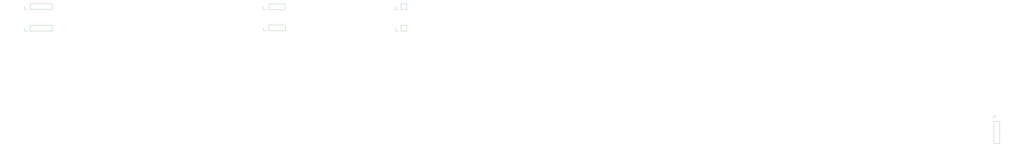
<source format=gto>
G04 #@! TF.GenerationSoftware,KiCad,Pcbnew,8.0.5-8.0.5-0~ubuntu20.04.1*
G04 #@! TF.CreationDate,2024-11-10T14:11:02+00:00*
G04 #@! TF.ProjectId,Hyper7-Evo,48797065-7237-42d4-9576-6f2e6b696361,rev?*
G04 #@! TF.SameCoordinates,Original*
G04 #@! TF.FileFunction,Legend,Top*
G04 #@! TF.FilePolarity,Positive*
%FSLAX46Y46*%
G04 Gerber Fmt 4.6, Leading zero omitted, Abs format (unit mm)*
G04 Created by KiCad (PCBNEW 8.0.5-8.0.5-0~ubuntu20.04.1) date 2024-11-10 14:11:02*
%MOMM*%
%LPD*%
G01*
G04 APERTURE LIST*
%ADD10C,0.120000*%
G04 APERTURE END LIST*
D10*
X231395000Y-120930000D02*
X231395000Y-119600000D01*
X232725000Y-120930000D02*
X231395000Y-120930000D01*
X233995000Y-118270000D02*
X236595000Y-118270000D01*
X233995000Y-120930000D02*
X233995000Y-118270000D01*
X233995000Y-120930000D02*
X236595000Y-120930000D01*
X236595000Y-120930000D02*
X236595000Y-118270000D01*
X58760000Y-120930000D02*
X58760000Y-119600000D01*
X60090000Y-120930000D02*
X58760000Y-120930000D01*
X61360000Y-118270000D02*
X71580000Y-118270000D01*
X61360000Y-120930000D02*
X61360000Y-118270000D01*
X61360000Y-120930000D02*
X71580000Y-120930000D01*
X71580000Y-120930000D02*
X71580000Y-118270000D01*
X231395000Y-110930000D02*
X231395000Y-109600000D01*
X232725000Y-110930000D02*
X231395000Y-110930000D01*
X233995000Y-108270000D02*
X236595000Y-108270000D01*
X233995000Y-110930000D02*
X233995000Y-108270000D01*
X233995000Y-110930000D02*
X236595000Y-110930000D01*
X236595000Y-110930000D02*
X236595000Y-108270000D01*
X169870000Y-120780000D02*
X169870000Y-119450000D01*
X171200000Y-120780000D02*
X169870000Y-120780000D01*
X172470000Y-118120000D02*
X180150000Y-118120000D01*
X172470000Y-120780000D02*
X172470000Y-118120000D01*
X172470000Y-120780000D02*
X180150000Y-120780000D01*
X180150000Y-120780000D02*
X180150000Y-118120000D01*
X58800000Y-110830000D02*
X58800000Y-109500000D01*
X60130000Y-110830000D02*
X58800000Y-110830000D01*
X61400000Y-108170000D02*
X71620000Y-108170000D01*
X61400000Y-110830000D02*
X61400000Y-108170000D01*
X61400000Y-110830000D02*
X71620000Y-110830000D01*
X71620000Y-110830000D02*
X71620000Y-108170000D01*
X169870000Y-110930000D02*
X169870000Y-109600000D01*
X171200000Y-110930000D02*
X169870000Y-110930000D01*
X172470000Y-108270000D02*
X180150000Y-108270000D01*
X172470000Y-110930000D02*
X172470000Y-108270000D01*
X172470000Y-110930000D02*
X180150000Y-110930000D01*
X180150000Y-110930000D02*
X180150000Y-108270000D01*
X509920000Y-160550000D02*
X511250000Y-160550000D01*
X509920000Y-161880000D02*
X509920000Y-160550000D01*
X509920000Y-163150000D02*
X509920000Y-173370000D01*
X509920000Y-163150000D02*
X512580000Y-163150000D01*
X509920000Y-173370000D02*
X512580000Y-173370000D01*
X512580000Y-163150000D02*
X512580000Y-173370000D01*
M02*

</source>
